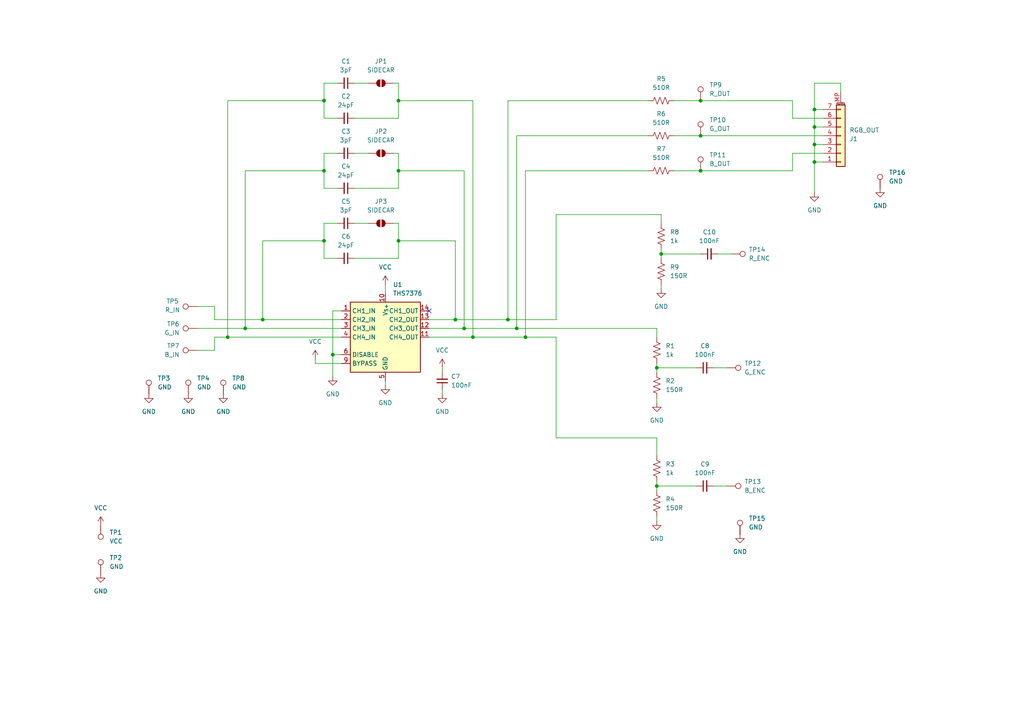
<source format=kicad_sch>
(kicad_sch (version 20231120) (generator "eeschema") (generator_version "8.0")
  (paper "A4")
  (lib_symbols
    (symbol "Amplifier_Video:THS7374"
      (property "Reference" "U" (at -8.89 11.43 0))
      (property "Value" "THS7374" (at 5.08 11.43 0))
      (symbol "THS7374_0_1"
        (rectangle (start -10.16 10.16) (end 10.16 -10.16) (stroke (width 0.254)) (fill (type background)))
      )
      (symbol "THS7374_1_1"
        (pin input line (at -12.7 7.62 0) (length 2.54) (name "CH1_IN") (number "1"))
        (pin power_in line (at 0 12.7 270) (length 2.54) (name "V_{S+}") (number "10"))
        (pin output line (at 12.7 0 180) (length 2.54) (name "CH4_OUT") (number "11"))
        (pin output line (at 12.7 2.54 180) (length 2.54) (name "CH3_OUT") (number "12"))
        (pin output line (at 12.7 5.08 180) (length 2.54) (name "CH2_OUT") (number "13"))
        (pin output line (at 12.7 7.62 180) (length 2.54) (name "CH1_OUT") (number "14"))
        (pin input line (at -12.7 5.08 0) (length 2.54) (name "CH2_IN") (number "2"))
        (pin input line (at -12.7 2.54 0) (length 2.54) (name "CH3_IN") (number "3"))
        (pin input line (at -12.7 0 0) (length 2.54) (name "CH4_IN") (number "4"))
        (pin power_in line (at 0 -12.7 90) (length 2.54) (name "GND") (number "5"))
        (pin input line (at -12.7 -5.08 0) (length 2.54) (name "DISABLE") (number "6"))
        (pin no_connect line (at 10.16 -5.08 180) (length 2.54) hide (name "NC") (number "7"))
        (pin no_connect line (at 10.16 -7.62 180) (length 2.54) hide (name "NC") (number "8"))
        (pin input line (at -12.7 -7.62 0) (length 2.54) (name "BYPASS") (number "9"))
      )
    )
    (symbol "Connector:TestPoint" (pin_numbers hide) (pin_names (offset 0.762) hide)
      (property "Reference" "TP" (at 0 6.858 0))
      (property "Value" "TestPoint" (at 0 5.08 0))
      (symbol "TestPoint_0_1"
        (circle (center 0 3.302) (radius 0.762))
      )
      (symbol "TestPoint_1_1"
        (pin passive line (at 0 0 90) (length 2.54) (name "1") (number "1"))
      )
    )
    (symbol "Connector_Generic_MountingPin:Conn_01x07_MountingPin" (pin_names (offset 1.016) hide)
      (property "Reference" "J" (at 0 10.16 0))
      (property "Value" "Conn_01x07_MountingPin" (at 1.27 -10.16 0))
      (symbol "Conn_01x07_MountingPin_1_1"
        (rectangle (start -1.27 -7.493) (end 0 -7.747) (stroke (width 0.1524)))
        (rectangle (start -1.27 -4.953) (end 0 -5.207) (stroke (width 0.1524)))
        (rectangle (start -1.27 -2.413) (end 0 -2.667) (stroke (width 0.1524)))
        (rectangle (start -1.27 0.127) (end 0 -0.127) (stroke (width 0.1524)))
        (rectangle (start -1.27 2.667) (end 0 2.413) (stroke (width 0.1524)))
        (rectangle (start -1.27 5.207) (end 0 4.953) (stroke (width 0.1524)))
        (rectangle (start -1.27 7.747) (end 0 7.493) (stroke (width 0.1524)))
        (rectangle (start -1.27 8.89) (end 1.27 -8.89) (stroke (width 0.254)) (fill (type background)))
        (polyline (pts (xy -1.016 -9.652) (xy 1.016 -9.652)) (stroke (width 0.1524)))
        (text "Mounting" (at 0 -9.271 0) (effects (font (size 0.381 0.381))))
        (pin passive line (at -5.08 7.62 0) (length 3.81) (name "Pin_1") (number "1"))
        (pin passive line (at -5.08 5.08 0) (length 3.81) (name "Pin_2") (number "2"))
        (pin passive line (at -5.08 2.54 0) (length 3.81) (name "Pin_3") (number "3"))
        (pin passive line (at -5.08 0 0) (length 3.81) (name "Pin_4") (number "4"))
        (pin passive line (at -5.08 -2.54 0) (length 3.81) (name "Pin_5") (number "5"))
        (pin passive line (at -5.08 -5.08 0) (length 3.81) (name "Pin_6") (number "6"))
        (pin passive line (at -5.08 -7.62 0) (length 3.81) (name "Pin_7") (number "7"))
        (pin passive line (at 0 -12.7 90) (length 3.048) (name "MountPin") (number "MP"))
      )
    )
    (symbol "Device:C_Small" (pin_numbers hide) (pin_names (offset 0.254) hide)
      (property "Reference" "C" (at 0.254 1.778 0))
      (property "Value" "C_Small" (at 0.254 -2.032 0))
      (symbol "C_Small_0_1"
        (polyline (pts (xy -1.524 -0.508) (xy 1.524 -0.508)) (stroke (width 0.3302)))
        (polyline (pts (xy -1.524 0.508) (xy 1.524 0.508)) (stroke (width 0.3048)))
      )
      (symbol "C_Small_1_1"
        (pin passive line (at 0 2.54 270) (length 2.032) (name "~") (number "1"))
        (pin passive line (at 0 -2.54 90) (length 2.032) (name "~") (number "2"))
      )
    )
    (symbol "Device:R_US" (pin_numbers hide) (pin_names (offset 0))
      (property "Reference" "R" (at 2.54 0 90))
      (property "Value" "R_US" (at -2.54 0 90))
      (symbol "R_US_0_1"
        (polyline (pts (xy 0 -2.286) (xy 0 -2.54)))
        (polyline (pts (xy 0 2.286) (xy 0 2.54)))
        (polyline (pts (xy 0 -0.762) (xy 1.016 -1.143) (xy 0 -1.524) (xy -1.016 -1.905) (xy 0 -2.286)))
        (polyline (pts (xy 0 0.762) (xy 1.016 0.381) (xy 0 0) (xy -1.016 -0.381) (xy 0 -0.762)))
        (polyline (pts (xy 0 2.286) (xy 1.016 1.905) (xy 0 1.524) (xy -1.016 1.143) (xy 0 0.762)))
      )
      (symbol "R_US_1_1"
        (pin passive line (at 0 3.81 270) (length 1.27) (name "~") (number "1"))
        (pin passive line (at 0 -3.81 90) (length 1.27) (name "~") (number "2"))
      )
    )
    (symbol "Jumper:SolderJumper_2_Open" (pin_numbers hide) (pin_names (offset 0) hide) (exclude_from_sim yes) (in_bom no)
      (property "Reference" "JP" (at 0 2.032 0))
      (property "Value" "SolderJumper_2_Open" (at 0 -2.54 0))
      (symbol "SolderJumper_2_Open_0_1"
        (arc (start -0.254 1.016) (mid -1.2656 0) (end -0.254 -1.016))
        (arc (start -0.254 1.016) (mid -1.2656 0) (end -0.254 -1.016) (fill (type outline)))
        (polyline (pts (xy -0.254 1.016) (xy -0.254 -1.016)))
        (polyline (pts (xy 0.254 1.016) (xy 0.254 -1.016)))
        (arc (start 0.254 -1.016) (mid 1.2656 0) (end 0.254 1.016))
        (arc (start 0.254 -1.016) (mid 1.2656 0) (end 0.254 1.016) (fill (type outline)))
      )
      (symbol "SolderJumper_2_Open_1_1"
        (pin passive line (at -3.81 0 0) (length 2.54) (name "A") (number "1"))
        (pin passive line (at 3.81 0 180) (length 2.54) (name "B") (number "2"))
      )
    )
    (symbol "power:GND" (power) (pin_numbers hide) (pin_names (offset 0) hide)
      (property "Value" "GND" (at 0 -3.81 0))
      (symbol "GND_0_1"
        (polyline (pts (xy 0 0) (xy 0 -1.27) (xy 1.27 -1.27) (xy 0 -2.54) (xy -1.27 -1.27) (xy 0 -1.27)))
      )
      (symbol "GND_1_1"
        (pin power_in line (at 0 0 270) (length 0) (name "~") (number "1"))
      )
    )
    (symbol "power:VCC" (power) (pin_numbers hide) (pin_names (offset 0) hide)
      (property "Value" "VCC" (at 0 3.556 0))
      (symbol "VCC_0_1"
        (polyline (pts (xy -0.762 1.27) (xy 0 2.54)))
        (polyline (pts (xy 0 0) (xy 0 2.54)))
        (polyline (pts (xy 0 2.54) (xy 0.762 1.27)))
      )
      (symbol "VCC_1_1"
        (pin power_in line (at 0 0 90) (length 0) (name "~") (number "1"))
      )
    )
  )
  (junction (at 115.57 49.53))
  (junction (at 203.2 49.53))
  (junction (at 132.08 92.71))
  (junction (at 152.4 97.79))
  (junction (at 93.98 29.21))
  (junction (at 93.98 69.85))
  (junction (at 236.22 31.75))
  (junction (at 236.22 46.99))
  (junction (at 137.16 97.79))
  (junction (at 236.22 36.83))
  (junction (at 147.32 92.71))
  (junction (at 190.5 106.68))
  (junction (at 93.98 49.53))
  (junction (at 134.62 95.25))
  (junction (at 96.52 102.87))
  (junction (at 203.2 39.37))
  (junction (at 115.57 69.85))
  (junction (at 203.2 29.21))
  (junction (at 149.86 95.25))
  (junction (at 76.2 92.71))
  (junction (at 66.04 97.79))
  (junction (at 71.12 95.25))
  (junction (at 236.22 41.91))
  (junction (at 190.5 140.97))
  (junction (at 115.57 29.21))
  (junction (at 191.77 73.66))
  (no_connect (at 124.46 90.17))
  (wire (pts (xy 132.08 92.71) (xy 124.46 92.71)))
  (wire (pts (xy 229.87 44.45) (xy 229.87 49.53)))
  (wire (pts (xy 191.77 64.77) (xy 191.77 62.23)))
  (wire (pts (xy 115.57 49.53) (xy 134.62 49.53)))
  (wire (pts (xy 238.76 34.29) (xy 229.87 34.29)))
  (wire (pts (xy 115.57 64.77) (xy 114.3 64.77)))
  (wire (pts (xy 190.5 97.79) (xy 190.5 95.25)))
  (wire (pts (xy 149.86 95.25) (xy 134.62 95.25)))
  (wire (pts (xy 102.87 24.13) (xy 106.68 24.13)))
  (wire (pts (xy 236.22 24.13) (xy 236.22 31.75)))
  (wire (pts (xy 190.5 106.68) (xy 190.5 105.41)))
  (wire (pts (xy 203.2 73.66) (xy 191.77 73.66)))
  (wire (pts (xy 93.98 54.61) (xy 97.79 54.61)))
  (wire (pts (xy 236.22 41.91) (xy 236.22 46.99)))
  (wire (pts (xy 62.23 92.71) (xy 76.2 92.71)))
  (wire (pts (xy 96.52 102.87) (xy 96.52 109.22)))
  (wire (pts (xy 111.76 82.55) (xy 111.76 85.09)))
  (wire (pts (xy 137.16 97.79) (xy 124.46 97.79)))
  (wire (pts (xy 238.76 44.45) (xy 229.87 44.45)))
  (wire (pts (xy 243.84 24.13) (xy 236.22 24.13)))
  (wire (pts (xy 115.57 29.21) (xy 137.16 29.21)))
  (wire (pts (xy 62.23 88.9) (xy 57.15 88.9)))
  (wire (pts (xy 243.84 26.67) (xy 243.84 24.13)))
  (wire (pts (xy 93.98 34.29) (xy 93.98 29.21)))
  (wire (pts (xy 115.57 69.85) (xy 115.57 74.93)))
  (wire (pts (xy 195.58 49.53) (xy 203.2 49.53)))
  (wire (pts (xy 190.5 132.08) (xy 190.5 127)))
  (wire (pts (xy 91.44 104.14) (xy 91.44 105.41)))
  (wire (pts (xy 115.57 44.45) (xy 114.3 44.45)))
  (wire (pts (xy 93.98 69.85) (xy 76.2 69.85)))
  (wire (pts (xy 93.98 29.21) (xy 66.04 29.21)))
  (wire (pts (xy 93.98 44.45) (xy 93.98 49.53)))
  (wire (pts (xy 97.79 44.45) (xy 93.98 44.45)))
  (wire (pts (xy 236.22 46.99) (xy 236.22 55.88)))
  (wire (pts (xy 128.27 113.03) (xy 128.27 114.3)))
  (wire (pts (xy 161.29 127) (xy 161.29 97.79)))
  (wire (pts (xy 102.87 34.29) (xy 115.57 34.29)))
  (wire (pts (xy 93.98 69.85) (xy 93.98 74.93)))
  (wire (pts (xy 115.57 34.29) (xy 115.57 29.21)))
  (wire (pts (xy 137.16 29.21) (xy 137.16 97.79)))
  (wire (pts (xy 203.2 49.53) (xy 229.87 49.53)))
  (wire (pts (xy 62.23 97.79) (xy 62.23 101.6)))
  (wire (pts (xy 161.29 92.71) (xy 147.32 92.71)))
  (wire (pts (xy 96.52 90.17) (xy 96.52 102.87)))
  (wire (pts (xy 236.22 46.99) (xy 238.76 46.99)))
  (wire (pts (xy 97.79 34.29) (xy 93.98 34.29)))
  (wire (pts (xy 132.08 69.85) (xy 132.08 92.71)))
  (wire (pts (xy 93.98 24.13) (xy 97.79 24.13)))
  (wire (pts (xy 190.5 140.97) (xy 190.5 139.7)))
  (wire (pts (xy 201.93 140.97) (xy 190.5 140.97)))
  (wire (pts (xy 99.06 90.17) (xy 96.52 90.17)))
  (wire (pts (xy 115.57 24.13) (xy 114.3 24.13)))
  (wire (pts (xy 190.5 106.68) (xy 190.5 107.95)))
  (wire (pts (xy 91.44 105.41) (xy 99.06 105.41)))
  (wire (pts (xy 124.46 95.25) (xy 134.62 95.25)))
  (wire (pts (xy 207.01 106.68) (xy 210.82 106.68)))
  (wire (pts (xy 93.98 49.53) (xy 71.12 49.53)))
  (wire (pts (xy 236.22 31.75) (xy 236.22 36.83)))
  (wire (pts (xy 96.52 102.87) (xy 99.06 102.87)))
  (wire (pts (xy 191.77 73.66) (xy 191.77 72.39)))
  (wire (pts (xy 236.22 36.83) (xy 238.76 36.83)))
  (wire (pts (xy 66.04 29.21) (xy 66.04 97.79)))
  (wire (pts (xy 229.87 34.29) (xy 229.87 29.21)))
  (wire (pts (xy 207.01 140.97) (xy 210.82 140.97)))
  (wire (pts (xy 66.04 97.79) (xy 99.06 97.79)))
  (wire (pts (xy 71.12 49.53) (xy 71.12 95.25)))
  (wire (pts (xy 201.93 106.68) (xy 190.5 106.68)))
  (wire (pts (xy 115.57 49.53) (xy 115.57 54.61)))
  (wire (pts (xy 115.57 29.21) (xy 115.57 24.13)))
  (wire (pts (xy 238.76 31.75) (xy 236.22 31.75)))
  (wire (pts (xy 115.57 64.77) (xy 115.57 69.85)))
  (wire (pts (xy 191.77 82.55) (xy 191.77 83.82)))
  (wire (pts (xy 134.62 49.53) (xy 134.62 95.25)))
  (wire (pts (xy 93.98 49.53) (xy 93.98 54.61)))
  (wire (pts (xy 57.15 95.25) (xy 71.12 95.25)))
  (wire (pts (xy 71.12 95.25) (xy 99.06 95.25)))
  (wire (pts (xy 236.22 41.91) (xy 238.76 41.91)))
  (wire (pts (xy 76.2 69.85) (xy 76.2 92.71)))
  (wire (pts (xy 149.86 39.37) (xy 187.96 39.37)))
  (wire (pts (xy 203.2 39.37) (xy 238.76 39.37)))
  (wire (pts (xy 132.08 92.71) (xy 147.32 92.71)))
  (wire (pts (xy 93.98 74.93) (xy 97.79 74.93)))
  (wire (pts (xy 190.5 149.86) (xy 190.5 151.13)))
  (wire (pts (xy 195.58 39.37) (xy 203.2 39.37)))
  (wire (pts (xy 191.77 73.66) (xy 191.77 74.93)))
  (wire (pts (xy 149.86 39.37) (xy 149.86 95.25)))
  (wire (pts (xy 147.32 29.21) (xy 187.96 29.21)))
  (wire (pts (xy 152.4 49.53) (xy 187.96 49.53)))
  (wire (pts (xy 76.2 92.71) (xy 99.06 92.71)))
  (wire (pts (xy 190.5 115.57) (xy 190.5 116.84)))
  (wire (pts (xy 161.29 127) (xy 190.5 127)))
  (wire (pts (xy 191.77 62.23) (xy 161.29 62.23)))
  (wire (pts (xy 236.22 36.83) (xy 236.22 41.91)))
  (wire (pts (xy 97.79 64.77) (xy 93.98 64.77)))
  (wire (pts (xy 102.87 44.45) (xy 106.68 44.45)))
  (wire (pts (xy 203.2 29.21) (xy 229.87 29.21)))
  (wire (pts (xy 161.29 62.23) (xy 161.29 92.71)))
  (wire (pts (xy 111.76 111.76) (xy 111.76 110.49)))
  (wire (pts (xy 128.27 107.95) (xy 128.27 106.68)))
  (wire (pts (xy 208.28 73.66) (xy 212.09 73.66)))
  (wire (pts (xy 93.98 29.21) (xy 93.98 24.13)))
  (wire (pts (xy 93.98 64.77) (xy 93.98 69.85)))
  (wire (pts (xy 161.29 97.79) (xy 152.4 97.79)))
  (wire (pts (xy 147.32 92.71) (xy 147.32 29.21)))
  (wire (pts (xy 115.57 54.61) (xy 102.87 54.61)))
  (wire (pts (xy 102.87 64.77) (xy 106.68 64.77)))
  (wire (pts (xy 195.58 29.21) (xy 203.2 29.21)))
  (wire (pts (xy 152.4 97.79) (xy 137.16 97.79)))
  (wire (pts (xy 62.23 92.71) (xy 62.23 88.9)))
  (wire (pts (xy 152.4 49.53) (xy 152.4 97.79)))
  (wire (pts (xy 115.57 69.85) (xy 132.08 69.85)))
  (wire (pts (xy 115.57 74.93) (xy 102.87 74.93)))
  (wire (pts (xy 115.57 44.45) (xy 115.57 49.53)))
  (wire (pts (xy 62.23 97.79) (xy 66.04 97.79)))
  (wire (pts (xy 57.15 101.6) (xy 62.23 101.6)))
  (wire (pts (xy 190.5 140.97) (xy 190.5 142.24)))
  (wire (pts (xy 149.86 95.25) (xy 190.5 95.25)))
  (symbol (lib_id "Device:C_Small") (at 205.74 73.66 90) (unit 1)
    (property "Reference" "C10" (at 205.7463 67.31 90))
    (property "Value" "100nF" (at 205.7463 69.85 90))
    (property "Footprint" "Capacitor_SMD:C_0805_2012Metric" (effects (hide yes)))
    (property "Description" "Unpolarized capacitor, small symbol" (effects (hide yes)))
    (property "Digi_PN" "1276-2444-1-ND" (effects (hide yes)))
    (property "MFG_PN" "CL21B104KBCNFNC" (effects (hide yes)))
  )
  (symbol (lib_id "Amplifier_Video:THS7374") (at 111.76 97.79 0) (unit 1)
    (property "Reference" "U1" (at 113.9541 82.55 0) (effects (justify left)))
    (property "Value" "THS7376" (at 113.9541 85.09 0) (effects (justify left)))
    (property "Footprint" "Package_SO:TSSOP-14_4.4x5mm_P0.65mm" (effects (hide yes)))
    (property "Datasheet" "https://www.ti.com/lit/ds/symlink/ths7374.pdf" (effects (hide yes)))
    (property "Description" "4 channel SDTV Video Amplifier, TSSOP-14" (effects (hide yes)))
    (property "Digi_PN" "296-40584-1-ND" (effects (hide yes)))
    (property "MFG_PN" "THS7376IPWR" (effects (hide yes)))
  )
  (symbol (lib_id "Device:R_US") (at 190.5 111.76 0) (unit 1)
    (property "Reference" "R2" (at 193.04 110.4899 0) (effects (justify left)))
    (property "Value" "150R" (at 193.04 113.0299 0) (effects (justify left)))
    (property "Footprint" "Resistor_SMD:R_0805_2012Metric" (effects (hide yes)))
    (property "Description" "Resistor, US symbol" (effects (hide yes)))
    (property "Digi_PN" "RMCF0805FT150RCT-ND" (effects (hide yes)))
    (property "MFG_PN" "RMCF0805FT150R" (effects (hide yes)))
  )
  (symbol (lib_id "power:VCC") (at 29.21 152.4 0) (unit 1)
    (property "Reference" "#PWR01" (effects (hide yes)))
    (property "Value" "VCC" (at 29.21 147.32 0))
    (property "Description" "Power symbol creates a global label with name \"VCC\"" (effects (hide yes)))
  )
  (symbol (lib_id "Device:R_US") (at 191.77 49.53 270) (unit 1)
    (property "Reference" "R7" (at 191.77 43.18 90))
    (property "Value" "510R" (at 191.77 45.72 90))
    (property "Footprint" "Resistor_SMD:R_0805_2012Metric" (effects (hide yes)))
    (property "Description" "Resistor, US symbol" (effects (hide yes)))
    (property "Digi_PN" "RMCF0805FT510RCT-ND" (effects (hide yes)))
    (property "MFG_PN" "RMCF0805FT510R" (effects (hide yes)))
  )
  (symbol (lib_id "Device:C_Small") (at 128.27 110.49 180) (unit 1)
    (property "Reference" "C7" (at 130.81 109.2135 0) (effects (justify right)))
    (property "Value" "100nF" (at 130.81 111.7535 0) (effects (justify right)))
    (property "Footprint" "Capacitor_SMD:C_0805_2012Metric" (effects (hide yes)))
    (property "Description" "Unpolarized capacitor, small symbol" (effects (hide yes)))
    (property "Digi_PN" "1276-2444-1-ND" (effects (hide yes)))
    (property "MFG_PN" "CL21B104KBCNFNC" (effects (hide yes)))
  )
  (symbol (lib_id "Connector:TestPoint") (at 203.2 39.37 0) (unit 1) (in_bom no)
    (property "Reference" "TP10" (at 205.74 34.7979 0) (effects (justify left)))
    (property "Value" "G_OUT" (at 205.74 37.3379 0) (effects (justify left)))
    (property "Footprint" "TestPoint:TestPoint_Pad_1.0x1.0mm" (effects (hide yes)))
    (property "Description" "test point" (effects (hide yes)))
    (property "Digi_PN" "N/A" (effects (hide yes)))
    (property "MFG_PN" "N/A" (effects (hide yes)))
  )
  (symbol (lib_id "power:GND") (at 236.22 55.88 0) (unit 1)
    (property "Reference" "#PWR016" (effects (hide yes)))
    (property "Value" "GND" (at 236.22 60.96 0))
    (property "Description" "Power symbol creates a global label with name \"GND\" , ground" (effects (hide yes)))
  )
  (symbol (lib_id "Device:R_US") (at 190.5 146.05 0) (unit 1)
    (property "Reference" "R4" (at 193.04 144.7799 0) (effects (justify left)))
    (property "Value" "150R" (at 193.04 147.3199 0) (effects (justify left)))
    (property "Footprint" "Resistor_SMD:R_0805_2012Metric" (effects (hide yes)))
    (property "Description" "Resistor, US symbol" (effects (hide yes)))
    (property "Digi_PN" "RMCF0805FT150RCT-ND" (effects (hide yes)))
    (property "MFG_PN" "RMCF0805FT150R" (effects (hide yes)))
  )
  (symbol (lib_id "power:GND") (at 64.77 114.3 0) (unit 1)
    (property "Reference" "#PWR05" (effects (hide yes)))
    (property "Value" "GND" (at 64.77 119.38 0))
    (property "Description" "Power symbol creates a global label with name \"GND\" , ground" (effects (hide yes)))
  )
  (symbol (lib_id "Connector:TestPoint") (at 64.77 114.3 0) (unit 1) (in_bom no)
    (property "Reference" "TP8" (at 67.31 109.7279 0) (effects (justify left)))
    (property "Value" "GND" (at 67.31 112.2679 0) (effects (justify left)))
    (property "Footprint" "TestPoint:TestPoint_Pad_2.0x2.0mm" (effects (hide yes)))
    (property "Description" "test point" (effects (hide yes)))
    (property "Digi_PN" "N/A" (effects (hide yes)))
    (property "MFG_PN" "N/A" (effects (hide yes)))
  )
  (symbol (lib_id "Device:R_US") (at 191.77 39.37 270) (unit 1)
    (property "Reference" "R6" (at 191.77 33.02 90))
    (property "Value" "510R" (at 191.77 35.56 90))
    (property "Footprint" "Resistor_SMD:R_0805_2012Metric" (effects (hide yes)))
    (property "Description" "Resistor, US symbol" (effects (hide yes)))
    (property "Digi_PN" "RMCF0805FT510RCT-ND" (effects (hide yes)))
    (property "MFG_PN" "RMCF0805FT510R" (effects (hide yes)))
  )
  (symbol (lib_id "Device:R_US") (at 190.5 135.89 0) (unit 1)
    (property "Reference" "R3" (at 193.04 134.6199 0) (effects (justify left)))
    (property "Value" "1k" (at 193.04 137.1599 0) (effects (justify left)))
    (property "Footprint" "Resistor_SMD:R_0805_2012Metric" (effects (hide yes)))
    (property "Description" "Resistor, US symbol" (effects (hide yes)))
    (property "Digi_PN" "RMCF0805FT1K00CT-ND" (effects (hide yes)))
    (property "MFG_PN" "RMCF0805FT1K00" (effects (hide yes)))
  )
  (symbol (lib_id "power:VCC") (at 128.27 106.68 0) (unit 1)
    (property "Reference" "#PWR010" (effects (hide yes)))
    (property "Value" "VCC" (at 128.27 101.6 0))
    (property "Description" "Power symbol creates a global label with name \"VCC\"" (effects (hide yes)))
  )
  (symbol (lib_id "Connector:TestPoint") (at 54.61 114.3 0) (unit 1) (in_bom no)
    (property "Reference" "TP4" (at 57.15 109.7279 0) (effects (justify left)))
    (property "Value" "GND" (at 57.15 112.2679 0) (effects (justify left)))
    (property "Footprint" "TestPoint:TestPoint_Pad_2.0x2.0mm" (effects (hide yes)))
    (property "Description" "test point" (effects (hide yes)))
    (property "Digi_PN" "N/A" (effects (hide yes)))
    (property "MFG_PN" "N/A" (effects (hide yes)))
  )
  (symbol (lib_id "Device:R_US") (at 191.77 68.58 0) (unit 1)
    (property "Reference" "R8" (at 194.31 67.3099 0) (effects (justify left)))
    (property "Value" "1k" (at 194.31 69.8499 0) (effects (justify left)))
    (property "Footprint" "Resistor_SMD:R_0805_2012Metric" (effects (hide yes)))
    (property "Description" "Resistor, US symbol" (effects (hide yes)))
    (property "Digi_PN" "RMCF0805FT1K00CT-ND" (effects (hide yes)))
    (property "MFG_PN" "RMCF0805FT1K00" (effects (hide yes)))
  )
  (symbol (lib_id "Connector_Generic_MountingPin:Conn_01x07_MountingPin") (at 243.84 39.37 0) (mirror x) (unit 1)
    (property "Reference" "J1" (at 246.38 40.2845 0) (effects (justify left)))
    (property "Value" "RGB_OUT" (at 246.38 37.7445 0) (effects (justify left)))
    (property "Footprint" "TT_Connectors:CON_527460771_MOL" (effects (hide yes)))
    (property "Description" "Generic connectable mounting pin connector, single row, 01x07, script generated (kicad-library-utils/schlib/autogen/connector/)" (effects (hide yes)))
    (property "Digi_PN" "WM8933CT-ND" (effects (hide yes)))
    (property "MFG_PN" "0527460771" (effects (hide yes)))
  )
  (symbol (lib_id "Connector:TestPoint") (at 57.15 88.9 90) (mirror x) (unit 1) (in_bom no)
    (property "Reference" "TP5" (at 50.038 87.376 90))
    (property "Value" "R_IN" (at 50.038 89.916 90))
    (property "Footprint" "TestPoint:TestPoint_Pad_2.0x2.0mm" (effects (hide yes)))
    (property "Description" "test point" (effects (hide yes)))
    (property "Digi_PN" "N/A" (effects (hide yes)))
    (property "MFG_PN" "N/A" (effects (hide yes)))
  )
  (symbol (lib_id "Device:C_Small") (at 204.47 140.97 90) (unit 1)
    (property "Reference" "C9" (at 204.4763 134.62 90))
    (property "Value" "100nF" (at 204.4763 137.16 90))
    (property "Footprint" "Capacitor_SMD:C_0805_2012Metric" (effects (hide yes)))
    (property "Description" "Unpolarized capacitor, small symbol" (effects (hide yes)))
    (property "Digi_PN" "1276-2444-1-ND" (effects (hide yes)))
    (property "MFG_PN" "CL21B104KBCNFNC" (effects (hide yes)))
  )
  (symbol (lib_id "power:GND") (at 96.52 109.22 0) (unit 1)
    (property "Reference" "#PWR07" (effects (hide yes)))
    (property "Value" "GND" (at 96.52 114.3 0))
    (property "Description" "Power symbol creates a global label with name \"GND\" , ground" (effects (hide yes)))
  )
  (symbol (lib_id "Connector:TestPoint") (at 212.09 73.66 270) (unit 1) (in_bom no)
    (property "Reference" "TP14" (at 217.17 72.3899 90) (effects (justify left)))
    (property "Value" "R_ENC" (at 217.17 74.9299 90) (effects (justify left)))
    (property "Footprint" "TestPoint:TestPoint_Pad_2.0x2.0mm" (effects (hide yes)))
    (property "Description" "test point" (effects (hide yes)))
    (property "Digi_PN" "N/A" (effects (hide yes)))
    (property "MFG_PN" "N/A" (effects (hide yes)))
  )
  (symbol (lib_id "power:GND") (at 128.27 114.3 0) (unit 1)
    (property "Reference" "#PWR011" (effects (hide yes)))
    (property "Value" "GND" (at 128.27 119.38 0))
    (property "Description" "Power symbol creates a global label with name \"GND\" , ground" (effects (hide yes)))
  )
  (symbol (lib_id "Connector:TestPoint") (at 255.27 54.61 0) (unit 1) (in_bom no)
    (property "Reference" "TP16" (at 257.81 50.0379 0) (effects (justify left)))
    (property "Value" "GND" (at 257.81 52.5779 0) (effects (justify left)))
    (property "Footprint" "TestPoint:TestPoint_Pad_1.0x1.0mm" (effects (hide yes)))
    (property "Description" "test point" (effects (hide yes)))
    (property "Digi_PN" "N/A" (effects (hide yes)))
    (property "MFG_PN" "N/A" (effects (hide yes)))
  )
  (symbol (lib_id "Connector:TestPoint") (at 203.2 29.21 0) (unit 1) (in_bom no)
    (property "Reference" "TP9" (at 205.74 24.6379 0) (effects (justify left)))
    (property "Value" "R_OUT" (at 205.74 27.1779 0) (effects (justify left)))
    (property "Footprint" "TestPoint:TestPoint_Pad_1.0x1.0mm" (effects (hide yes)))
    (property "Description" "test point" (effects (hide yes)))
    (property "Digi_PN" "N/A" (effects (hide yes)))
    (property "MFG_PN" "N/A" (effects (hide yes)))
  )
  (symbol (lib_id "Device:C_Small") (at 100.33 24.13 270) (unit 1)
    (property "Reference" "C1" (at 100.3236 17.78 90))
    (property "Value" "3pF" (at 100.3236 20.32 90))
    (property "Footprint" "Capacitor_SMD:C_0805_2012Metric" (effects (hide yes)))
    (property "Description" "Unpolarized capacitor, small symbol" (effects (hide yes)))
    (property "Digi_PN" "311-1092-1-ND" (effects (hide yes)))
    (property "MFG_PN" "CC0805CRNPO9BN3R0" (effects (hide yes)))
  )
  (symbol (lib_id "Jumper:SolderJumper_2_Open") (at 110.49 24.13 0) (unit 1) (exclude_from_sim yes) (in_bom no)
    (property "Reference" "JP1" (at 110.49 17.78 0))
    (property "Value" "SIDECAR" (at 110.49 20.32 0))
    (property "Footprint" "Jumper:SolderJumper-2_P1.3mm_Open_RoundedPad1.0x1.5mm" (effects (hide yes)))
    (property "Description" "Solder Jumper, 2-pole, open" (effects (hide yes)))
    (property "MFG_PN" "N/A" (effects (hide yes)))
    (property "Digi_PN" "N/A" (effects (hide yes)))
  )
  (symbol (lib_id "power:GND") (at 54.61 114.3 0) (unit 1)
    (property "Reference" "#PWR04" (effects (hide yes)))
    (property "Value" "GND" (at 54.61 119.38 0))
    (property "Description" "Power symbol creates a global label with name \"GND\" , ground" (effects (hide yes)))
  )
  (symbol (lib_id "power:GND") (at 190.5 116.84 0) (unit 1)
    (property "Reference" "#PWR012" (effects (hide yes)))
    (property "Value" "GND" (at 190.5 121.92 0))
    (property "Description" "Power symbol creates a global label with name \"GND\" , ground" (effects (hide yes)))
  )
  (symbol (lib_id "power:GND") (at 214.63 154.94 0) (unit 1)
    (property "Reference" "#PWR015" (effects (hide yes)))
    (property "Value" "GND" (at 214.63 160.02 0))
    (property "Description" "Power symbol creates a global label with name \"GND\" , ground" (effects (hide yes)))
  )
  (symbol (lib_id "power:GND") (at 255.27 54.61 0) (unit 1)
    (property "Reference" "#PWR018" (effects (hide yes)))
    (property "Value" "GND" (at 255.27 59.69 0))
    (property "Description" "Power symbol creates a global label with name \"GND\" , ground" (effects (hide yes)))
  )
  (symbol (lib_id "power:GND") (at 29.21 166.37 0) (unit 1)
    (property "Reference" "#PWR02" (effects (hide yes)))
    (property "Value" "GND" (at 29.21 171.45 0))
    (property "Description" "Power symbol creates a global label with name \"GND\" , ground" (effects (hide yes)))
  )
  (symbol (lib_id "power:GND") (at 111.76 111.76 0) (unit 1)
    (property "Reference" "#PWR09" (effects (hide yes)))
    (property "Value" "GND" (at 111.76 116.84 0))
    (property "Description" "Power symbol creates a global label with name \"GND\" , ground" (effects (hide yes)))
  )
  (symbol (lib_id "Device:C_Small") (at 100.33 74.93 270) (unit 1)
    (property "Reference" "C6" (at 100.3236 68.58 90))
    (property "Value" "24pF" (at 100.3236 71.12 90))
    (property "Footprint" "Capacitor_SMD:C_0805_2012Metric" (effects (hide yes)))
    (property "Description" "Unpolarized capacitor, small symbol" (effects (hide yes)))
    (property "Digi_PN" "478-10387-1-ND" (effects (hide yes)))
    (property "MFG_PN" "08051A240FAT2A" (effects (hide yes)))
  )
  (symbol (lib_id "power:GND") (at 191.77 83.82 0) (unit 1)
    (property "Reference" "#PWR014" (effects (hide yes)))
    (property "Value" "GND" (at 191.77 88.9 0))
    (property "Description" "Power symbol creates a global label with name \"GND\" , ground" (effects (hide yes)))
  )
  (symbol (lib_id "Connector:TestPoint") (at 43.18 114.3 0) (unit 1) (in_bom no)
    (property "Reference" "TP3" (at 45.72 109.7279 0) (effects (justify left)))
    (property "Value" "GND" (at 45.72 112.2679 0) (effects (justify left)))
    (property "Footprint" "TestPoint:TestPoint_Pad_2.0x2.0mm" (effects (hide yes)))
    (property "Description" "test point" (effects (hide yes)))
    (property "Digi_PN" "N/A" (effects (hide yes)))
    (property "MFG_PN" "N/A" (effects (hide yes)))
  )
  (symbol (lib_id "Device:R_US") (at 190.5 101.6 0) (unit 1)
    (property "Reference" "R1" (at 193.04 100.3299 0) (effects (justify left)))
    (property "Value" "1k" (at 193.04 102.8699 0) (effects (justify left)))
    (property "Footprint" "Resistor_SMD:R_0805_2012Metric" (effects (hide yes)))
    (property "Description" "Resistor, US symbol" (effects (hide yes)))
    (property "Digi_PN" "RMCF0805FT1K00CT-ND" (effects (hide yes)))
    (property "MFG_PN" "RMCF0805FT1K00" (effects (hide yes)))
  )
  (symbol (lib_id "Connector:TestPoint") (at 29.21 152.4 180) (unit 1) (in_bom no)
    (property "Reference" "TP1" (at 31.75 154.4319 0) (effects (justify right)))
    (property "Value" "VCC" (at 31.75 156.9719 0) (effects (justify right)))
    (property "Footprint" "TestPoint:TestPoint_Pad_2.0x2.0mm" (effects (hide yes)))
    (property "Description" "test point" (effects (hide yes)))
    (property "Digi_PN" "N/A" (effects (hide yes)))
    (property "MFG_PN" "N/A" (effects (hide yes)))
  )
  (symbol (lib_id "Jumper:SolderJumper_2_Open") (at 110.49 44.45 0) (unit 1) (exclude_from_sim yes) (in_bom no)
    (property "Reference" "JP2" (at 110.49 38.1 0))
    (property "Value" "SIDECAR" (at 110.49 40.64 0))
    (property "Footprint" "Jumper:SolderJumper-2_P1.3mm_Open_RoundedPad1.0x1.5mm" (effects (hide yes)))
    (property "Description" "Solder Jumper, 2-pole, open" (effects (hide yes)))
    (property "MFG_PN" "N/A" (effects (hide yes)))
    (property "Digi_PN" "N/A" (effects (hide yes)))
  )
  (symbol (lib_id "Device:C_Small") (at 100.33 64.77 270) (unit 1)
    (property "Reference" "C5" (at 100.3236 58.42 90))
    (property "Value" "3pF" (at 100.3236 60.96 90))
    (property "Footprint" "Capacitor_SMD:C_0805_2012Metric" (effects (hide yes)))
    (property "Description" "Unpolarized capacitor, small symbol" (effects (hide yes)))
    (property "Digi_PN" "311-1092-1-ND" (effects (hide yes)))
    (property "MFG_PN" "CC0805CRNPO9BN3R0" (effects (hide yes)))
  )
  (symbol (lib_id "Device:C_Small") (at 100.33 34.29 270) (unit 1)
    (property "Reference" "C2" (at 100.3236 27.94 90))
    (property "Value" "24pF" (at 100.3236 30.48 90))
    (property "Footprint" "Capacitor_SMD:C_0805_2012Metric" (effects (hide yes)))
    (property "Description" "Unpolarized capacitor, small symbol" (effects (hide yes)))
    (property "Digi_PN" "478-10387-1-ND" (effects (hide yes)))
    (property "MFG_PN" "08051A240FAT2A" (effects (hide yes)))
  )
  (symbol (lib_id "Device:C_Small") (at 100.33 54.61 270) (unit 1)
    (property "Reference" "C4" (at 100.3236 48.26 90))
    (property "Value" "24pF" (at 100.3236 50.8 90))
    (property "Footprint" "Capacitor_SMD:C_0805_2012Metric" (effects (hide yes)))
    (property "Description" "Unpolarized capacitor, small symbol" (effects (hide yes)))
    (property "Digi_PN" "478-10387-1-ND" (effects (hide yes)))
    (property "MFG_PN" "08051A240FAT2A" (effects (hide yes)))
  )
  (symbol (lib_id "Connector:TestPoint") (at 203.2 49.53 0) (unit 1) (in_bom no)
    (property "Reference" "TP11" (at 205.74 44.9579 0) (effects (justify left)))
    (property "Value" "B_OUT" (at 205.74 47.4979 0) (effects (justify left)))
    (property "Footprint" "TestPoint:TestPoint_Pad_1.0x1.0mm" (effects (hide yes)))
    (property "Description" "test point" (effects (hide yes)))
    (property "Digi_PN" "N/A" (effects (hide yes)))
    (property "MFG_PN" "N/A" (effects (hide yes)))
  )
  (symbol (lib_id "Connector:TestPoint") (at 57.15 95.25 90) (mirror x) (unit 1) (in_bom no)
    (property "Reference" "TP6" (at 52.07 93.9799 90) (effects (justify left)))
    (property "Value" "G_IN" (at 52.07 96.5199 90) (effects (justify left)))
    (property "Footprint" "TestPoint:TestPoint_Pad_2.0x2.0mm" (effects (hide yes)))
    (property "Description" "test point" (effects (hide yes)))
    (property "Digi_PN" "N/A" (effects (hide yes)))
    (property "MFG_PN" "N/A" (effects (hide yes)))
  )
  (symbol (lib_id "power:VCC") (at 111.76 82.55 0) (unit 1)
    (property "Reference" "#PWR08" (effects (hide yes)))
    (property "Value" "VCC" (at 111.76 77.47 0))
    (property "Description" "Power symbol creates a global label with name \"VCC\"" (effects (hide yes)))
  )
  (symbol (lib_id "power:GND") (at 190.5 151.13 0) (unit 1)
    (property "Reference" "#PWR013" (effects (hide yes)))
    (property "Value" "GND" (at 190.5 156.21 0))
    (property "Description" "Power symbol creates a global label with name \"GND\" , ground" (effects (hide yes)))
  )
  (symbol (lib_id "Device:R_US") (at 191.77 78.74 0) (unit 1)
    (property "Reference" "R9" (at 194.31 77.4699 0) (effects (justify left)))
    (property "Value" "150R" (at 194.31 80.0099 0) (effects (justify left)))
    (property "Footprint" "Resistor_SMD:R_0805_2012Metric" (effects (hide yes)))
    (property "Description" "Resistor, US symbol" (effects (hide yes)))
    (property "Digi_PN" "RMCF0805FT150RCT-ND" (effects (hide yes)))
    (property "MFG_PN" "RMCF0805FT150R" (effects (hide yes)))
  )
  (symbol (lib_id "power:GND") (at 43.18 114.3 0) (unit 1)
    (property "Reference" "#PWR03" (effects (hide yes)))
    (property "Value" "GND" (at 43.18 119.38 0))
    (property "Description" "Power symbol creates a global label with name \"GND\" , ground" (effects (hide yes)))
  )
  (symbol (lib_id "Device:R_US") (at 191.77 29.21 270) (unit 1)
    (property "Reference" "R5" (at 191.77 22.86 90))
    (property "Value" "510R" (at 191.77 25.4 90))
    (property "Footprint" "Resistor_SMD:R_0805_2012Metric" (effects (hide yes)))
    (property "Description" "Resistor, US symbol" (effects (hide yes)))
    (property "Digi_PN" "RMCF0805FT510RCT-ND" (effects (hide yes)))
    (property "MFG_PN" "RMCF0805FT510R" (effects (hide yes)))
  )
  (symbol (lib_id "Connector:TestPoint") (at 210.82 140.97 270) (unit 1) (in_bom no)
    (property "Reference" "TP13" (at 215.9 139.6999 90) (effects (justify left)))
    (property "Value" "B_ENC" (at 215.9 142.2399 90) (effects (justify left)))
    (property "Footprint" "TestPoint:TestPoint_Pad_2.0x2.0mm" (effects (hide yes)))
    (property "Description" "test point" (effects (hide yes)))
    (property "Digi_PN" "N/A" (effects (hide yes)))
    (property "MFG_PN" "N/A" (effects (hide yes)))
  )
  (symbol (lib_id "Connector:TestPoint") (at 210.82 106.68 270) (unit 1) (in_bom no)
    (property "Reference" "TP12" (at 215.9 105.4099 90) (effects (justify left)))
    (property "Value" "G_ENC" (at 215.9 107.9499 90) (effects (justify left)))
    (property "Footprint" "TestPoint:TestPoint_Pad_2.0x2.0mm" (effects (hide yes)))
    (property "Description" "test point" (effects (hide yes)))
    (property "Digi_PN" "N/A" (effects (hide yes)))
    (property "MFG_PN" "N/A" (effects (hide yes)))
  )
  (symbol (lib_id "Device:C_Small") (at 100.33 44.45 270) (unit 1)
    (property "Reference" "C3" (at 100.3236 38.1 90))
    (property "Value" "3pF" (at 100.3236 40.64 90))
    (property "Footprint" "Capacitor_SMD:C_0805_2012Metric" (effects (hide yes)))
    (property "Description" "Unpolarized capacitor, small symbol" (effects (hide yes)))
    (property "Digi_PN" "311-1092-1-ND" (effects (hide yes)))
    (property "MFG_PN" "CC0805CRNPO9BN3R0" (effects (hide yes)))
  )
  (symbol (lib_id "Connector:TestPoint") (at 214.63 154.94 0) (unit 1) (in_bom no)
    (property "Reference" "TP15" (at 217.17 150.3679 0) (effects (justify left)))
    (property "Value" "GND" (at 217.17 152.9079 0) (effects (justify left)))
    (property "Footprint" "TestPoint:TestPoint_Pad_2.0x2.0mm" (effects (hide yes)))
    (property "Description" "test point" (effects (hide yes)))
    (property "Digi_PN" "N/A" (effects (hide yes)))
    (property "MFG_PN" "N/A" (effects (hide yes)))
  )
  (symbol (lib_id "Connector:TestPoint") (at 29.21 166.37 0) (unit 1) (in_bom no)
    (property "Reference" "TP2" (at 31.75 161.7979 0) (effects (justify left)))
    (property "Value" "GND" (at 31.75 164.3379 0) (effects (justify left)))
    (property "Footprint" "TestPoint:TestPoint_Pad_2.0x2.0mm" (effects (hide yes)))
    (property "Description" "test point" (effects (hide yes)))
    (property "Digi_PN" "N/A" (effects (hide yes)))
    (property "MFG_PN" "N/A" (effects (hide yes)))
  )
  (symbol (lib_id "Device:C_Small") (at 204.47 106.68 90) (unit 1)
    (property "Reference" "C8" (at 204.4763 100.33 90))
    (property "Value" "100nF" (at 204.4763 102.87 90))
    (property "Footprint" "Capacitor_SMD:C_0805_2012Metric" (effects (hide yes)))
    (property "Description" "Unpolarized capacitor, small symbol" (effects (hide yes)))
    (property "Digi_PN" "1276-2444-1-ND" (effects (hide yes)))
    (property "MFG_PN" "CL21B104KBCNFNC" (effects (hide yes)))
  )
  (symbol (lib_id "Connector:TestPoint") (at 57.15 101.6 90) (mirror x) (unit 1) (in_bom no)
    (property "Reference" "TP7" (at 52.07 100.3299 90) (effects (justify left)))
    (property "Value" "B_IN" (at 52.07 102.8699 90) (effects (justify left)))
    (property "Footprint" "TestPoint:TestPoint_Pad_2.0x2.0mm" (effects (hide yes)))
    (property "Description" "test point" (effects (hide yes)))
    (property "Digi_PN" "N/A" (effects (hide yes)))
    (property "MFG_PN" "N/A" (effects (hide yes)))
  )
  (symbol (lib_id "power:VCC") (at 91.44 104.14 0) (unit 1)
    (property "Reference" "#PWR06" (effects (hide yes)))
    (property "Value" "VCC" (at 91.44 99.06 0))
    (property "Description" "Power symbol creates a global label with name \"VCC\"" (effects (hide yes)))
  )
  (symbol (lib_id "Jumper:SolderJumper_2_Open") (at 110.49 64.77 0) (unit 1) (exclude_from_sim yes) (in_bom no)
    (property "Reference" "JP3" (at 110.49 58.42 0))
    (property "Value" "SIDECAR" (at 110.49 60.96 0))
    (property "Footprint" "Jumper:SolderJumper-2_P1.3mm_Open_RoundedPad1.0x1.5mm" (effects (hide yes)))
    (property "Description" "Solder Jumper, 2-pole, open" (effects (hide yes)))
    (property "MFG_PN" "N/A" (effects (hide yes)))
    (property "Digi_PN" "N/A" (effects (hide yes)))
  )
)
</source>
